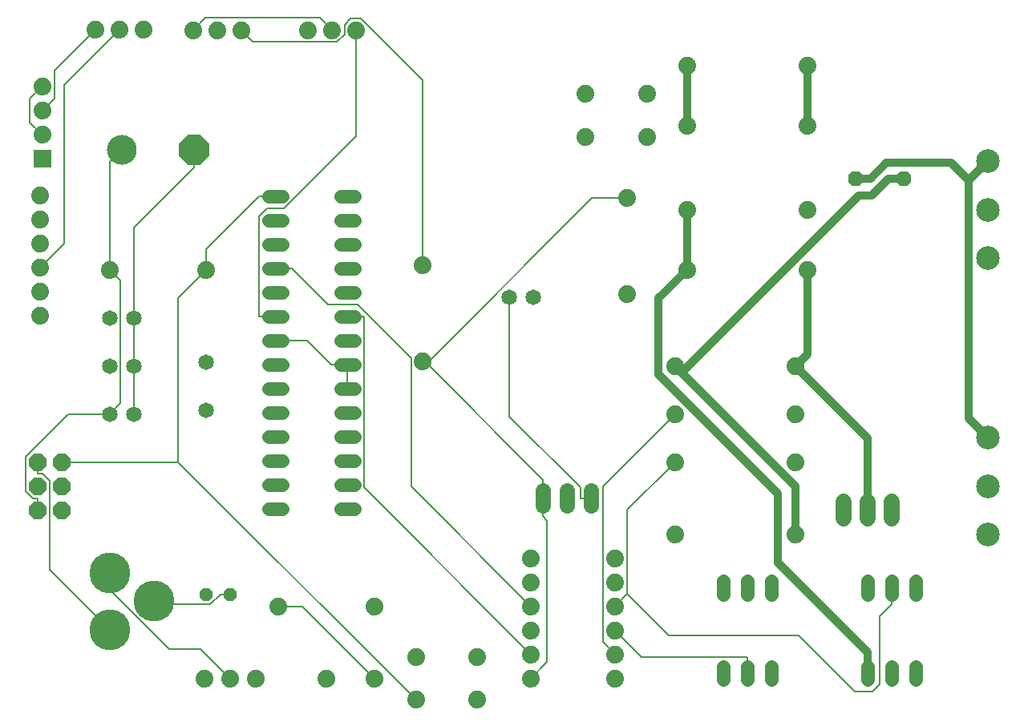
<source format=gbl>
G75*
G70*
%OFA0B0*%
%FSLAX24Y24*%
%IPPOS*%
%LPD*%
%AMOC8*
5,1,8,0,0,1.08239X$1,22.5*
%
%ADD10C,0.0560*%
%ADD11OC8,0.0740*%
%ADD12C,0.0740*%
%ADD13C,0.1700*%
%ADD14C,0.0650*%
%ADD15OC8,0.0560*%
%ADD16C,0.0640*%
%ADD17C,0.0680*%
%ADD18C,0.0984*%
%ADD19R,0.0740X0.0740*%
%ADD20OC8,0.0630*%
%ADD21OC8,0.1240*%
%ADD22C,0.1240*%
%ADD23C,0.0080*%
%ADD24C,0.0320*%
D10*
X011702Y009149D02*
X012262Y009149D01*
X012262Y010149D02*
X011702Y010149D01*
X011702Y011149D02*
X012262Y011149D01*
X012262Y012149D02*
X011702Y012149D01*
X011702Y013149D02*
X012262Y013149D01*
X012262Y014149D02*
X011702Y014149D01*
X011702Y015149D02*
X012262Y015149D01*
X012262Y016149D02*
X011702Y016149D01*
X011702Y017149D02*
X012262Y017149D01*
X012262Y018149D02*
X011702Y018149D01*
X011702Y019149D02*
X012262Y019149D01*
X012262Y020149D02*
X011702Y020149D01*
X011702Y021149D02*
X012262Y021149D01*
X012262Y022149D02*
X011702Y022149D01*
X014702Y022149D02*
X015262Y022149D01*
X015262Y021149D02*
X014702Y021149D01*
X014702Y020149D02*
X015262Y020149D01*
X015262Y019149D02*
X014702Y019149D01*
X014702Y018149D02*
X015262Y018149D01*
X015262Y017149D02*
X014702Y017149D01*
X014702Y016149D02*
X015262Y016149D01*
X015262Y015149D02*
X014702Y015149D01*
X014702Y014149D02*
X015262Y014149D01*
X015262Y013149D02*
X014702Y013149D01*
X014702Y012149D02*
X015262Y012149D01*
X015262Y011149D02*
X014702Y011149D01*
X014702Y010149D02*
X015262Y010149D01*
X015262Y009149D02*
X014702Y009149D01*
X030601Y006161D02*
X030601Y005601D01*
X031601Y005601D02*
X031601Y006161D01*
X032601Y006161D02*
X032601Y005601D01*
X036601Y005601D02*
X036601Y006161D01*
X037601Y006161D02*
X037601Y005601D01*
X038601Y005601D02*
X038601Y006161D01*
X038601Y002601D02*
X038601Y002041D01*
X037601Y002041D02*
X037601Y002601D01*
X036601Y002601D02*
X036601Y002041D01*
X032601Y002041D02*
X032601Y002601D01*
X031601Y002601D02*
X031601Y002041D01*
X030601Y002041D02*
X030601Y002601D01*
D11*
X003101Y009101D03*
X002101Y009101D03*
X002101Y010101D03*
X003101Y010101D03*
X003101Y011101D03*
X002101Y011101D03*
D12*
X002209Y017185D03*
X002209Y018185D03*
X002209Y019185D03*
X002209Y020185D03*
X002209Y021185D03*
X002209Y022185D03*
X002289Y024718D03*
X002289Y025718D03*
X002289Y026718D03*
X004491Y029081D03*
X005491Y029081D03*
X006491Y029081D03*
X008571Y029061D03*
X009571Y029061D03*
X010571Y029061D03*
X013345Y029071D03*
X014345Y029071D03*
X015345Y029071D03*
X024865Y026418D03*
X024865Y024638D03*
X027425Y024638D03*
X029101Y025101D03*
X027425Y026418D03*
X029101Y027601D03*
X034101Y027601D03*
X034101Y025101D03*
X034101Y021601D03*
X034101Y019101D03*
X029101Y019101D03*
X026601Y018101D03*
X028601Y015101D03*
X028601Y013101D03*
X028601Y011101D03*
X028601Y008101D03*
X026101Y007101D03*
X026101Y006101D03*
X026101Y005101D03*
X026101Y004101D03*
X026101Y003101D03*
X026101Y002101D03*
X022601Y002101D03*
X022601Y003101D03*
X022601Y004101D03*
X022601Y005101D03*
X022601Y006101D03*
X022601Y007101D03*
X020381Y002991D03*
X020381Y001211D03*
X017821Y001211D03*
X016101Y002101D03*
X017821Y002991D03*
X016101Y005101D03*
X012101Y005101D03*
X011171Y002101D03*
X010101Y002101D03*
X009031Y002101D03*
X014101Y002101D03*
X033601Y008101D03*
X033601Y011101D03*
X033601Y013101D03*
X033601Y015101D03*
X029101Y021601D03*
X026601Y022101D03*
X018112Y019304D03*
X018112Y015304D03*
X009101Y019101D03*
X005101Y019101D03*
D13*
X005101Y004132D03*
X006951Y005313D03*
X005101Y006494D03*
D14*
X005101Y013101D03*
X006101Y013101D03*
X006101Y015101D03*
X005101Y015101D03*
X005101Y017101D03*
X006101Y017101D03*
X009101Y015243D03*
X009101Y013243D03*
X021714Y017970D03*
X022714Y017970D03*
D15*
X010101Y005601D03*
X009101Y005601D03*
D16*
X023101Y009281D02*
X023101Y009921D01*
X024101Y009921D02*
X024101Y009281D01*
X025101Y009281D02*
X025101Y009921D01*
D17*
X035601Y009441D02*
X035601Y008761D01*
X036601Y008761D02*
X036601Y009441D01*
X037601Y009441D02*
X037601Y008761D01*
D18*
X041601Y008093D03*
X041601Y010101D03*
X041601Y012109D03*
X041601Y019593D03*
X041601Y021601D03*
X041601Y023609D03*
D19*
X002289Y023718D03*
D20*
X036101Y022901D03*
X038101Y022901D03*
D21*
X008601Y024101D03*
D22*
X005601Y024101D03*
D23*
X005101Y023601D01*
X005101Y019101D01*
X005548Y018654D01*
X005548Y013548D01*
X005101Y013101D01*
X003381Y013101D01*
X001591Y011310D01*
X001591Y009898D01*
X001898Y009591D01*
X002101Y009591D01*
X002101Y009101D01*
X002601Y010314D02*
X002304Y010611D01*
X002101Y010611D01*
X002101Y011101D01*
X002601Y010314D02*
X002601Y006632D01*
X005101Y004132D01*
X006951Y005313D02*
X007092Y005173D01*
X009273Y005173D01*
X009701Y005601D01*
X010101Y005601D01*
X012101Y005101D02*
X013101Y005101D01*
X016101Y002101D01*
X017821Y001211D02*
X007931Y011101D01*
X007931Y017931D01*
X009101Y019101D01*
X009101Y019948D01*
X011302Y022149D01*
X011982Y022149D01*
X011633Y021649D02*
X012330Y021649D01*
X015345Y024663D01*
X015345Y029071D01*
X014855Y028888D02*
X014546Y028578D01*
X011053Y028578D01*
X010571Y029061D01*
X009084Y029574D02*
X013841Y029574D01*
X014345Y029071D01*
X014855Y028888D02*
X014855Y029302D01*
X015119Y029566D01*
X015549Y029566D01*
X018112Y027003D01*
X018112Y019304D01*
X015397Y017649D02*
X014162Y017649D01*
X012662Y019149D01*
X011982Y019149D01*
X011982Y017149D02*
X011302Y017149D01*
X011302Y021317D01*
X011633Y021649D01*
X008601Y023361D02*
X006101Y020861D01*
X006101Y017101D01*
X006101Y015101D01*
X006101Y013101D01*
X007931Y011101D02*
X003101Y011101D01*
X005101Y006494D02*
X005101Y005777D01*
X007559Y003319D01*
X008883Y003319D01*
X010101Y002101D01*
X015662Y010040D02*
X022601Y003101D01*
X023280Y002780D02*
X022601Y002101D01*
X023280Y002780D02*
X023280Y008661D01*
X023101Y008841D01*
X023101Y009601D01*
X023101Y010361D01*
X018356Y015106D01*
X018356Y015304D01*
X018112Y015304D01*
X018356Y015304D02*
X025153Y022101D01*
X026601Y022101D01*
X021714Y017970D02*
X021714Y012988D01*
X024661Y010041D01*
X024661Y009601D01*
X025101Y009601D01*
X025591Y010091D02*
X025591Y003611D01*
X026101Y003101D01*
X026101Y004101D02*
X027201Y003001D01*
X031601Y003001D01*
X031601Y002601D01*
X033742Y003894D02*
X028328Y003894D01*
X026611Y005611D01*
X026611Y009111D01*
X028601Y011101D01*
X028601Y013101D02*
X025591Y010091D01*
X026611Y005611D02*
X026101Y005101D01*
X022601Y005101D02*
X017622Y010080D01*
X017622Y015424D01*
X015397Y017649D01*
X015662Y017149D02*
X014982Y017149D01*
X015662Y017149D02*
X015662Y010040D01*
X014982Y014149D02*
X014982Y015149D01*
X014302Y015149D01*
X013302Y016149D01*
X011982Y016149D01*
X003197Y020173D02*
X002209Y019185D01*
X003197Y020173D02*
X003197Y026787D01*
X005491Y029081D01*
X004491Y029081D02*
X002799Y027389D01*
X002799Y026228D01*
X002289Y025718D01*
X001779Y026208D02*
X001779Y025228D01*
X002289Y024718D01*
X001779Y026208D02*
X002289Y026718D01*
X008571Y029061D02*
X009084Y029574D01*
X008601Y024101D02*
X008601Y023361D01*
X037101Y004701D02*
X037101Y001857D01*
X036809Y001566D01*
X036070Y001566D01*
X033742Y003894D01*
X037101Y004701D02*
X037601Y005201D01*
X037601Y005601D01*
D24*
X036601Y003191D02*
X032866Y006926D01*
X032866Y009798D01*
X027912Y014752D01*
X027912Y017912D01*
X029101Y019101D01*
X029101Y021601D01*
X029101Y025101D02*
X029101Y027601D01*
X034101Y027601D02*
X034101Y025101D01*
X036101Y022901D02*
X036726Y022901D01*
X037368Y023543D01*
X040061Y023543D01*
X040798Y022806D01*
X040798Y012912D01*
X041601Y012109D01*
X036601Y012101D02*
X036601Y009101D01*
X033601Y008101D02*
X033601Y010101D01*
X028869Y014832D01*
X036235Y022198D01*
X036773Y022198D01*
X037476Y022901D01*
X038101Y022901D01*
X040798Y022806D02*
X041601Y023609D01*
X034101Y019101D02*
X034101Y015601D01*
X033601Y015101D01*
X036601Y012101D01*
X028869Y014832D02*
X028601Y015101D01*
X036601Y003191D02*
X036601Y002601D01*
M02*

</source>
